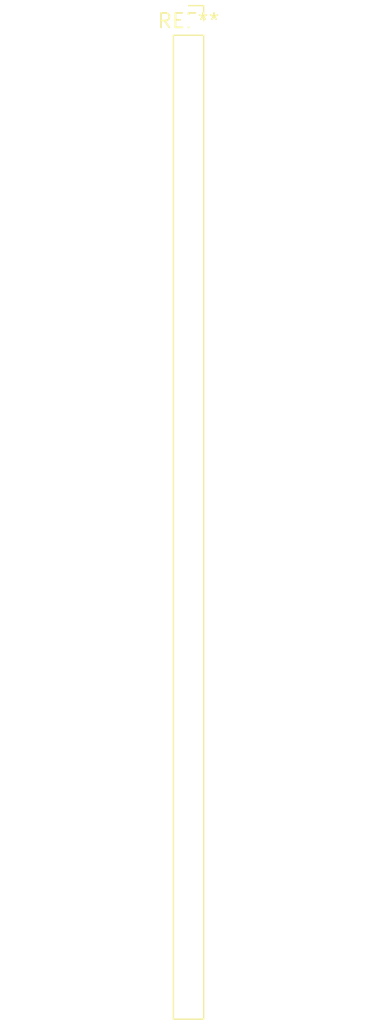
<source format=kicad_pcb>
(kicad_pcb (version 20240108) (generator pcbnew)
  (layers (0 "F.Cu" signal) (31 "B.Cu" signal) (34 "B.Paste" user) (35 "F.Paste" user) (36 "B.SilkS" user "B.Silkscreen") (37 "F.SilkS" user "F.Silkscreen") (38 "B.Mask" user) (39 "F.Mask" user) (44 "Edge.Cuts" user))
  (net 0 "")
  (footprint "PinSocket_1x35_P2.54mm_Vertical" (layer "F.Cu") (at 0 0)
    (property "Reference" "REF**")
    (property "Value" "PinSocket_1x35_P2.54mm_Vertical")
    (fp_line (start -1.33 1.27) (end -1.33 87.69) (layer "F.SilkS") (stroke (width 0.12)))
    (fp_line (start -1.33 1.27) (end 1.33 1.27) (layer "F.SilkS") (stroke (width 0.12)))
    (fp_line (start -1.33 87.69) (end 1.33 87.69) (layer "F.SilkS") (stroke (width 0.12)))
    (fp_line (start 0 -1.33) (end 1.33 -1.33) (layer "F.SilkS") (stroke (width 0.12)))
    (fp_line (start 1.33 -1.33) (end 1.33 0) (layer "F.SilkS") (stroke (width 0.12)))
    (fp_line (start 1.33 1.27) (end 1.33 87.69) (layer "F.SilkS") (stroke (width 0.12)))
    (pad "1" thru_hole rect (at 0 0) (size 1.7 1.7) (drill 1) (layers *.Cu *.Mask) (remove_unused_layers))
    (pad "2" thru_hole oval (at 0 2.54) (size 1.7 1.7) (drill 1) (layers *.Cu *.Mask) (remove_unused_layers))
    (pad "3" thru_hole oval (at 0 5.08) (size 1.7 1.7) (drill 1) (layers *.Cu *.Mask) (remove_unused_layers))
    (pad "4" thru_hole oval (at 0 7.62) (size 1.7 1.7) (drill 1) (layers *.Cu *.Mask) (remove_unused_layers))
    (pad "5" thru_hole oval (at 0 10.16) (size 1.7 1.7) (drill 1) (layers *.Cu *.Mask) (remove_unused_layers))
    (pad "6" thru_hole oval (at 0 12.7) (size 1.7 1.7) (drill 1) (layers *.Cu *.Mask) (remove_unused_layers))
    (pad "7" thru_hole oval (at 0 15.24) (size 1.7 1.7) (drill 1) (layers *.Cu *.Mask) (remove_unused_layers))
    (pad "8" thru_hole oval (at 0 17.78) (size 1.7 1.7) (drill 1) (layers *.Cu *.Mask) (remove_unused_layers))
    (pad "9" thru_hole oval (at 0 20.32) (size 1.7 1.7) (drill 1) (layers *.Cu *.Mask) (remove_unused_layers))
    (pad "10" thru_hole oval (at 0 22.86) (size 1.7 1.7) (drill 1) (layers *.Cu *.Mask) (remove_unused_layers))
    (pad "11" thru_hole oval (at 0 25.4) (size 1.7 1.7) (drill 1) (layers *.Cu *.Mask) (remove_unused_layers))
    (pad "12" thru_hole oval (at 0 27.94) (size 1.7 1.7) (drill 1) (layers *.Cu *.Mask) (remove_unused_layers))
    (pad "13" thru_hole oval (at 0 30.48) (size 1.7 1.7) (drill 1) (layers *.Cu *.Mask) (remove_unused_layers))
    (pad "14" thru_hole oval (at 0 33.02) (size 1.7 1.7) (drill 1) (layers *.Cu *.Mask) (remove_unused_layers))
    (pad "15" thru_hole oval (at 0 35.56) (size 1.7 1.7) (drill 1) (layers *.Cu *.Mask) (remove_unused_layers))
    (pad "16" thru_hole oval (at 0 38.1) (size 1.7 1.7) (drill 1) (layers *.Cu *.Mask) (remove_unused_layers))
    (pad "17" thru_hole oval (at 0 40.64) (size 1.7 1.7) (drill 1) (layers *.Cu *.Mask) (remove_unused_layers))
    (pad "18" thru_hole oval (at 0 43.18) (size 1.7 1.7) (drill 1) (layers *.Cu *.Mask) (remove_unused_layers))
    (pad "19" thru_hole oval (at 0 45.72) (size 1.7 1.7) (drill 1) (layers *.Cu *.Mask) (remove_unused_layers))
    (pad "20" thru_hole oval (at 0 48.26) (size 1.7 1.7) (drill 1) (layers *.Cu *.Mask) (remove_unused_layers))
    (pad "21" thru_hole oval (at 0 50.8) (size 1.7 1.7) (drill 1) (layers *.Cu *.Mask) (remove_unused_layers))
    (pad "22" thru_hole oval (at 0 53.34) (size 1.7 1.7) (drill 1) (layers *.Cu *.Mask) (remove_unused_layers))
    (pad "23" thru_hole oval (at 0 55.88) (size 1.7 1.7) (drill 1) (layers *.Cu *.Mask) (remove_unused_layers))
    (pad "24" thru_hole oval (at 0 58.42) (size 1.7 1.7) (drill 1) (layers *.Cu *.Mask) (remove_unused_layers))
    (pad "25" thru_hole oval (at 0 60.96) (size 1.7 1.7) (drill 1) (layers *.Cu *.Mask) (remove_unused_layers))
    (pad "26" thru_hole oval (at 0 63.5) (size 1.7 1.7) (drill 1) (layers *.Cu *.Mask) (remove_unused_layers))
    (pad "27" thru_hole oval (at 0 66.04) (size 1.7 1.7) (drill 1) (layers *.Cu *.Mask) (remove_unused_layers))
    (pad "28" thru_hole oval (at 0 68.58) (size 1.7 1.7) (drill 1) (layers *.Cu *.Mask) (remove_unused_layers))
    (pad "29" thru_hole oval (at 0 71.12) (size 1.7 1.7) (drill 1) (layers *.Cu *.Mask) (remove_unused_layers))
    (pad "30" thru_hole oval (at 0 73.66) (size 1.7 1.7) (drill 1) (layers *.Cu *.Mask) (remove_unused_layers))
    (pad "31" thru_hole oval (at 0 76.2) (size 1.7 1.7) (drill 1) (layers *.Cu *.Mask) (remove_unused_layers))
    (pad "32" thru_hole oval (at 0 78.74) (size 1.7 1.7) (drill 1) (layers *.Cu *.Mask) (remove_unused_layers))
    (pad "33" thru_hole oval (at 0 81.28) (size 1.7 1.7) (drill 1) (layers *.Cu *.Mask) (remove_unused_layers))
    (pad "34" thru_hole oval (at 0 83.82) (size 1.7 1.7) (drill 1) (layers *.Cu *.Mask) (remove_unused_layers))
    (pad "35" thru_hole oval (at 0 86.36) (size 1.7 1.7) (drill 1) (layers *.Cu *.Mask) (remove_unused_layers))
  )
)
</source>
